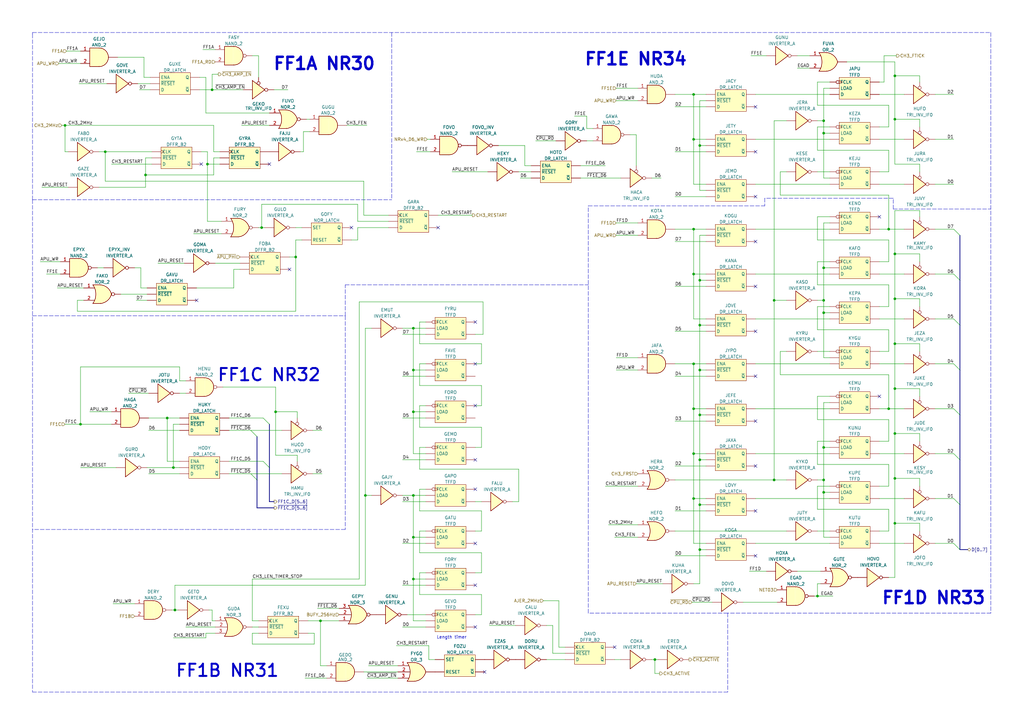
<source format=kicad_sch>
(kicad_sch (version 20211123) (generator eeschema)
  (paper "A3")
  (junction (at 169.545 237.49))
  (junction (at 367.03 159.385))
  (junction (at 284.48 204.47))
  (junction (at 287.02 114.935))
  (junction (at 85.09 67.31))
  (junction (at 287.02 170.18))
  (junction (at 284.48 38.735))
  (junction (at 367.03 196.215))
  (junction (at 149.86 203.2))
  (junction (at 337.82 123.19))
  (junction (at 121.285 105.41))
  (junction (at 86.995 36.83))
  (junction (at 131.445 254.635))
  (junction (at 287.02 133.35))
  (junction (at 367.03 31.115))
  (junction (at 169.545 134.62))
  (junction (at 284.48 186.055))
  (junction (at 284.48 57.15))
  (junction (at 169.545 203.2))
  (junction (at 367.03 104.14))
  (junction (at 364.49 93.98))
  (junction (at 364.49 167.64))
  (junction (at 71.755 250.19))
  (junction (at 287.02 151.765))
  (junction (at 284.48 167.64))
  (junction (at 287.02 225.425))
  (junction (at 337.82 183.515))
  (junction (at 169.545 220.345))
  (junction (at 337.82 196.85))
  (junction (at 284.48 93.98))
  (junction (at 367.03 122.555))
  (junction (at 43.18 62.23))
  (junction (at 33.02 173.99))
  (junction (at 59.69 71.755))
  (junction (at 367.03 140.97))
  (junction (at 71.12 191.77))
  (junction (at 268.605 270.51))
  (junction (at 284.48 149.225))
  (junction (at 284.48 112.395))
  (junction (at 367.03 48.895))
  (junction (at 169.545 151.765))
  (junction (at 337.82 109.855))
  (junction (at 107.315 93.345))
  (junction (at 287.02 207.01))
  (junction (at 169.545 168.91))
  (junction (at 337.82 49.53))
  (junction (at 113.03 168.91))
  (junction (at 337.82 128.27))
  (junction (at 337.82 54.61))
  (junction (at 317.5 123.19))
  (junction (at 26.67 51.435))
  (junction (at 317.5 196.85))
  (junction (at 68.58 171.45))
  (junction (at 337.82 201.93))
  (junction (at 367.03 214.63))
  (junction (at 287.02 59.69))
  (junction (at 367.03 177.8))
  (junction (at 335.28 244.475))
  (junction (at 287.02 188.595))
  (no_connect (at 194.945 188.595))
  (no_connect (at 118.745 110.49))
  (no_connect (at 194.945 222.885))
  (no_connect (at 194.945 149.225))
  (no_connect (at 144.145 93.345))
  (no_connect (at 110.49 67.31))
  (no_connect (at 194.945 240.03))
  (no_connect (at 80.645 123.19))
  (no_connect (at 194.945 166.37))
  (no_connect (at 309.88 43.815))
  (no_connect (at 82.55 67.31))
  (no_connect (at 179.705 93.345))
  (no_connect (at 309.88 80.645))
  (no_connect (at 194.945 200.66))
  (no_connect (at 360.68 162.56))
  (no_connect (at 309.88 62.23))
  (no_connect (at 309.88 154.305))
  (no_connect (at 309.88 99.06))
  (no_connect (at 309.88 135.89))
  (no_connect (at 309.88 117.475))
  (no_connect (at 194.945 257.175))
  (no_connect (at 194.945 132.08))
  (no_connect (at 252.095 265.43))
  (no_connect (at 309.88 209.55))
  (no_connect (at 309.88 227.965))
  (no_connect (at 309.88 191.135))
  (no_connect (at 309.88 172.72))
  (no_connect (at 198.755 275.59))
  (no_connect (at 360.68 88.9))
  (bus_entry (at 391.16 167.64) (size 2.54 2.54))
  (bus_entry (at 391.16 130.81) (size 2.54 2.54))
  (bus_entry (at 391.16 149.225) (size 2.54 2.54))
  (bus_entry (at 391.16 204.47) (size 2.54 2.54))
  (bus_entry (at 391.16 222.885) (size 2.54 2.54))
  (bus_entry (at 391.16 112.395) (size 2.54 2.54))
  (bus_entry (at 102.87 176.53) (size 2.54 2.54))
  (bus_entry (at 107.95 189.23) (size 2.54 2.54))
  (bus_entry (at 391.16 93.98) (size 2.54 2.54))
  (bus_entry (at 107.95 171.45) (size 2.54 2.54))
  (bus_entry (at 102.87 194.31) (size 2.54 2.54))
  (bus_entry (at 391.16 186.055) (size 2.54 2.54))
  (wire (pts (xy 287.02 239.395) (xy 287.02 225.425)))
  (wire (pts (xy 283.845 247.015) (xy 292.1 247.015)))
  (wire (pts (xy 367.03 86.36) (xy 377.19 86.36)))
  (wire (pts (xy 23.495 118.11) (xy 34.29 118.11)))
  (polyline (pts (xy 298.45 251.46) (xy 241.3 251.46)))
  (wire (pts (xy 238.125 73.025) (xy 254.635 73.025)))
  (polyline (pts (xy 298.45 251.46) (xy 298.45 283.845)))
  (wire (pts (xy 337.82 165.1) (xy 340.36 165.1)))
  (wire (pts (xy 95.885 110.49) (xy 98.425 110.49)))
  (wire (pts (xy 287.02 96.52) (xy 287.02 114.935)))
  (wire (pts (xy 367.03 86.36) (xy 367.03 104.14)))
  (wire (pts (xy 360.68 167.64) (xy 364.49 167.64)))
  (wire (pts (xy 335.28 190.5) (xy 335.28 180.975)))
  (wire (pts (xy 169.545 237.49) (xy 174.625 237.49)))
  (wire (pts (xy 337.82 196.85) (xy 337.82 201.93)))
  (wire (pts (xy 194.945 252.095) (xy 197.485 252.095)))
  (wire (pts (xy 377.19 140.97) (xy 377.19 144.145)))
  (wire (pts (xy 276.86 217.805) (xy 322.58 217.805)))
  (wire (pts (xy 335.28 125.73) (xy 340.36 125.73)))
  (wire (pts (xy 172.085 217.805) (xy 174.625 217.805)))
  (wire (pts (xy 149.225 74.295) (xy 149.225 88.265)))
  (wire (pts (xy 337.82 54.61) (xy 337.82 73.025)))
  (wire (pts (xy 151.13 273.05) (xy 163.195 273.05)))
  (wire (pts (xy 125.095 278.13) (xy 133.985 278.13)))
  (wire (pts (xy 340.36 36.195) (xy 337.82 36.195)))
  (wire (pts (xy 276.86 149.225) (xy 284.48 149.225)))
  (wire (pts (xy 337.82 128.27) (xy 337.82 146.685)))
  (wire (pts (xy 73.66 150.495) (xy 73.66 156.21)))
  (wire (pts (xy 40.64 62.23) (xy 43.18 62.23)))
  (wire (pts (xy 149.86 203.2) (xy 152.4 203.2)))
  (wire (pts (xy 383.54 222.885) (xy 391.16 222.885)))
  (wire (pts (xy 128.27 176.53) (xy 132.08 176.53)))
  (wire (pts (xy 337.82 146.685) (xy 340.36 146.685)))
  (wire (pts (xy 268.605 276.225) (xy 268.605 270.51)))
  (wire (pts (xy 149.86 240.03) (xy 149.86 203.2)))
  (wire (pts (xy 367.03 196.215) (xy 367.03 214.63)))
  (wire (pts (xy 287.02 207.01) (xy 287.02 225.425)))
  (wire (pts (xy 79.375 95.885) (xy 90.805 95.885)))
  (wire (pts (xy 284.48 149.225) (xy 289.56 149.225)))
  (polyline (pts (xy 366.395 81.28) (xy 313.69 81.28)))
  (bus (pts (xy 110.49 173.99) (xy 110.49 191.77)))
  (wire (pts (xy 165.1 137.16) (xy 174.625 137.16)))
  (wire (pts (xy 309.88 149.225) (xy 340.36 149.225)))
  (wire (pts (xy 81.915 36.83) (xy 86.995 36.83)))
  (wire (pts (xy 276.86 38.735) (xy 284.48 38.735)))
  (wire (pts (xy 309.88 38.735) (xy 340.36 38.735)))
  (wire (pts (xy 377.19 214.63) (xy 377.19 217.805)))
  (wire (pts (xy 197.485 226.695) (xy 172.085 226.695)))
  (wire (pts (xy 107.315 93.345) (xy 106.045 93.345)))
  (wire (pts (xy 90.17 62.23) (xy 87.63 62.23)))
  (wire (pts (xy 150.495 51.435) (xy 142.24 51.435)))
  (wire (pts (xy 32.385 34.29) (xy 43.815 34.29)))
  (wire (pts (xy 360.68 180.975) (xy 364.49 180.975)))
  (wire (pts (xy 335.28 135.255) (xy 335.28 125.73)))
  (wire (pts (xy 276.86 80.645) (xy 289.56 80.645)))
  (wire (pts (xy 252.73 41.275) (xy 261.62 41.275)))
  (wire (pts (xy 335.28 208.915) (xy 335.28 199.39)))
  (wire (pts (xy 309.88 222.885) (xy 340.36 222.885)))
  (wire (pts (xy 364.49 43.18) (xy 335.28 43.18)))
  (wire (pts (xy 377.19 122.555) (xy 377.19 125.73)))
  (wire (pts (xy 284.48 38.735) (xy 289.56 38.735)))
  (wire (pts (xy 118.745 105.41) (xy 121.285 105.41)))
  (wire (pts (xy 287.02 59.69) (xy 287.02 78.105)))
  (wire (pts (xy 340.36 91.44) (xy 337.82 91.44)))
  (wire (pts (xy 276.86 99.06) (xy 289.56 99.06)))
  (wire (pts (xy 364.49 172.085) (xy 335.28 172.085)))
  (wire (pts (xy 364.49 125.73) (xy 364.49 116.84)))
  (wire (pts (xy 175.895 264.795) (xy 175.895 270.51)))
  (wire (pts (xy 367.03 31.115) (xy 367.03 25.4)))
  (wire (pts (xy 76.2 161.29) (xy 73.66 161.29)))
  (wire (pts (xy 268.605 270.51) (xy 267.335 270.51)))
  (wire (pts (xy 169.545 151.765) (xy 169.545 168.91)))
  (wire (pts (xy 121.285 98.425) (xy 123.825 98.425)))
  (wire (pts (xy 317.5 123.19) (xy 322.58 123.19)))
  (wire (pts (xy 103.505 264.16) (xy 128.905 264.16)))
  (wire (pts (xy 169.545 134.62) (xy 174.625 134.62)))
  (wire (pts (xy 287.02 41.275) (xy 289.56 41.275)))
  (wire (pts (xy 146.685 83.82) (xy 107.315 83.82)))
  (wire (pts (xy 121.285 98.425) (xy 121.285 105.41)))
  (wire (pts (xy 172.085 200.66) (xy 174.625 200.66)))
  (wire (pts (xy 309.88 93.98) (xy 340.36 93.98)))
  (wire (pts (xy 335.28 239.395) (xy 336.55 239.395)))
  (wire (pts (xy 165.1 134.62) (xy 169.545 134.62)))
  (polyline (pts (xy 141.605 116.84) (xy 241.3 116.84)))
  (wire (pts (xy 337.82 165.1) (xy 337.82 183.515)))
  (wire (pts (xy 93.98 194.31) (xy 102.87 194.31)))
  (wire (pts (xy 337.82 73.025) (xy 340.36 73.025)))
  (wire (pts (xy 197.485 252.095) (xy 197.485 243.84)))
  (wire (pts (xy 128.905 259.715) (xy 126.365 259.715)))
  (polyline (pts (xy 406.4 13.335) (xy 406.4 251.46)))
  (wire (pts (xy 360.68 33.655) (xy 362.585 33.655)))
  (wire (pts (xy 335.28 70.485) (xy 340.36 70.485)))
  (wire (pts (xy 254.635 270.51) (xy 252.095 270.51)))
  (wire (pts (xy 335.28 52.07) (xy 340.36 52.07)))
  (wire (pts (xy 367.03 67.31) (xy 377.19 67.31)))
  (wire (pts (xy 284.48 57.15) (xy 289.56 57.15)))
  (wire (pts (xy 175.895 270.51) (xy 178.435 270.51)))
  (wire (pts (xy 59.69 76.835) (xy 59.69 71.755)))
  (wire (pts (xy 260.985 55.245) (xy 260.985 67.945)))
  (polyline (pts (xy 13.335 13.335) (xy 13.335 13.97)))
  (wire (pts (xy 320.04 153.67) (xy 364.49 153.67)))
  (wire (pts (xy 252.73 146.685) (xy 261.62 146.685)))
  (bus (pts (xy 393.7 188.595) (xy 393.7 207.01)))
  (wire (pts (xy 172.085 183.515) (xy 174.625 183.515)))
  (wire (pts (xy 383.54 130.81) (xy 391.16 130.81)))
  (wire (pts (xy 197.485 243.84) (xy 172.085 243.84)))
  (wire (pts (xy 200.66 256.54) (xy 211.455 256.54)))
  (wire (pts (xy 317.5 49.53) (xy 322.58 49.53)))
  (wire (pts (xy 57.15 36.83) (xy 61.595 36.83)))
  (wire (pts (xy 284.48 112.395) (xy 284.48 130.81)))
  (wire (pts (xy 287.02 188.595) (xy 289.56 188.595)))
  (wire (pts (xy 284.48 186.055) (xy 284.48 204.47)))
  (wire (pts (xy 147.32 123.825) (xy 198.12 123.825)))
  (wire (pts (xy 56.515 34.29) (xy 61.595 34.29)))
  (wire (pts (xy 31.75 123.19) (xy 31.75 127.635)))
  (wire (pts (xy 107.315 83.82) (xy 107.315 93.345)))
  (wire (pts (xy 360.68 70.485) (xy 364.49 70.485)))
  (wire (pts (xy 284.48 222.885) (xy 289.56 222.885)))
  (wire (pts (xy 360.68 144.145) (xy 364.49 144.145)))
  (wire (pts (xy 59.055 31.75) (xy 61.595 31.75)))
  (wire (pts (xy 169.545 134.62) (xy 169.545 151.765)))
  (wire (pts (xy 165.1 171.45) (xy 174.625 171.45)))
  (wire (pts (xy 144.145 98.425) (xy 146.685 98.425)))
  (wire (pts (xy 126.365 254.635) (xy 131.445 254.635)))
  (wire (pts (xy 197.485 140.97) (xy 172.085 140.97)))
  (wire (pts (xy 84.455 259.715) (xy 88.265 259.715)))
  (wire (pts (xy 33.02 191.77) (xy 47.625 191.77)))
  (wire (pts (xy 198.12 123.825) (xy 198.12 137.16)))
  (wire (pts (xy 121.92 186.69) (xy 121.92 189.23)))
  (wire (pts (xy 46.355 247.65) (xy 55.245 247.65)))
  (wire (pts (xy 185.42 70.485) (xy 200.025 70.485)))
  (wire (pts (xy 103.505 254.635) (xy 106.045 254.635)))
  (wire (pts (xy 360.68 204.47) (xy 370.84 204.47)))
  (wire (pts (xy 197.485 175.26) (xy 172.085 175.26)))
  (wire (pts (xy 360.68 57.15) (xy 370.84 57.15)))
  (wire (pts (xy 267.335 73.025) (xy 271.145 73.025)))
  (wire (pts (xy 27.305 20.955) (xy 33.02 20.955)))
  (wire (pts (xy 362.585 22.86) (xy 367.665 22.86)))
  (wire (pts (xy 304.8 247.015) (xy 318.77 247.015)))
  (wire (pts (xy 42.545 109.855) (xy 40.005 109.855)))
  (wire (pts (xy 276.86 135.89) (xy 289.56 135.89)))
  (wire (pts (xy 276.86 93.98) (xy 284.48 93.98)))
  (wire (pts (xy 367.03 25.4) (xy 347.345 25.4)))
  (wire (pts (xy 197.485 183.515) (xy 197.485 175.26)))
  (wire (pts (xy 165.1 154.305) (xy 174.625 154.305)))
  (wire (pts (xy 197.485 217.805) (xy 197.485 209.55)))
  (wire (pts (xy 309.88 186.055) (xy 340.36 186.055)))
  (wire (pts (xy 169.545 254.635) (xy 174.625 254.635)))
  (wire (pts (xy 172.085 209.55) (xy 172.085 200.66)))
  (wire (pts (xy 367.03 31.115) (xy 377.19 31.115)))
  (wire (pts (xy 59.69 71.755) (xy 87.63 71.755)))
  (wire (pts (xy 57.785 109.855) (xy 55.245 109.855)))
  (bus (pts (xy 110.49 191.77) (xy 110.49 205.74)))
  (wire (pts (xy 85.09 90.805) (xy 90.805 90.805)))
  (wire (pts (xy 367.03 140.97) (xy 367.03 159.385)))
  (wire (pts (xy 71.12 191.77) (xy 73.66 191.77)))
  (wire (pts (xy 175.26 57.15) (xy 176.53 57.15)))
  (wire (pts (xy 106.045 259.715) (xy 103.505 259.715)))
  (wire (pts (xy 55.88 123.19) (xy 60.325 123.19)))
  (wire (pts (xy 172.085 132.08) (xy 174.625 132.08)))
  (wire (pts (xy 76.2 257.175) (xy 88.265 257.175)))
  (wire (pts (xy 121.285 93.345) (xy 123.825 93.345)))
  (wire (pts (xy 335.28 217.805) (xy 340.36 217.805)))
  (wire (pts (xy 383.54 112.395) (xy 391.16 112.395)))
  (wire (pts (xy 252.73 151.765) (xy 261.62 151.765)))
  (wire (pts (xy 383.54 57.15) (xy 391.16 57.15)))
  (wire (pts (xy 276.86 43.815) (xy 289.56 43.815)))
  (wire (pts (xy 364.49 144.145) (xy 364.49 135.255)))
  (wire (pts (xy 121.92 168.91) (xy 121.92 171.45)))
  (wire (pts (xy 146.685 93.345) (xy 146.685 98.425)))
  (wire (pts (xy 60.96 176.53) (xy 73.66 176.53)))
  (wire (pts (xy 337.82 183.515) (xy 337.82 196.85)))
  (wire (pts (xy 59.055 23.495) (xy 48.26 23.495)))
  (wire (pts (xy 93.98 176.53) (xy 102.87 176.53)))
  (wire (pts (xy 71.12 261.62) (xy 84.455 261.62)))
  (polyline (pts (xy 141.605 217.17) (xy 13.335 217.17)))
  (polyline (pts (xy 13.335 129.54) (xy 141.605 129.54)))
  (wire (pts (xy 59.055 23.495) (xy 59.055 31.75)))
  (wire (pts (xy 327.025 27.94) (xy 332.105 27.94)))
  (wire (pts (xy 260.985 55.245) (xy 258.445 55.245)))
  (wire (pts (xy 103.505 259.715) (xy 103.505 264.16)))
  (wire (pts (xy 307.975 22.86) (xy 314.325 22.86)))
  (wire (pts (xy 337.82 201.93) (xy 337.82 220.345)))
  (wire (pts (xy 229.235 246.38) (xy 229.235 265.43)))
  (wire (pts (xy 287.02 41.275) (xy 287.02 59.69)))
  (wire (pts (xy 31.75 127.635) (xy 121.285 127.635)))
  (wire (pts (xy 377.19 48.895) (xy 377.19 52.07)))
  (wire (pts (xy 127 48.895) (xy 125.73 48.895)))
  (wire (pts (xy 360.68 222.885) (xy 370.84 222.885)))
  (wire (pts (xy 172.085 140.97) (xy 172.085 132.08)))
  (wire (pts (xy 362.585 33.655) (xy 362.585 22.86)))
  (wire (pts (xy 85.09 67.31) (xy 85.09 62.23)))
  (wire (pts (xy 320.04 70.485) (xy 322.58 70.485)))
  (wire (pts (xy 24.13 26.035) (xy 33.02 26.035)))
  (wire (pts (xy 82.55 62.23) (xy 85.09 62.23)))
  (wire (pts (xy 364.49 135.255) (xy 335.28 135.255)))
  (bus (pts (xy 393.7 170.18) (xy 393.7 188.595)))
  (wire (pts (xy 284.48 186.055) (xy 289.56 186.055)))
  (wire (pts (xy 360.68 149.225) (xy 370.84 149.225)))
  (wire (pts (xy 113.03 168.91) (xy 113.03 186.69)))
  (wire (pts (xy 62.23 64.77) (xy 59.69 64.77)))
  (wire (pts (xy 360.68 112.395) (xy 370.84 112.395)))
  (wire (pts (xy 83.185 20.32) (xy 88.265 20.32)))
  (wire (pts (xy 169.545 220.345) (xy 174.625 220.345)))
  (wire (pts (xy 165.1 188.595) (xy 174.625 188.595)))
  (wire (pts (xy 335.28 196.85) (xy 337.82 196.85)))
  (wire (pts (xy 271.78 239.395) (xy 260.985 239.395)))
  (wire (pts (xy 252.73 96.52) (xy 261.62 96.52)))
  (wire (pts (xy 287.02 114.935) (xy 289.56 114.935)))
  (wire (pts (xy 335.28 172.085) (xy 335.28 162.56)))
  (bus (pts (xy 393.7 225.425) (xy 396.875 225.425)))
  (wire (pts (xy 367.03 48.895) (xy 377.19 48.895)))
  (wire (pts (xy 33.02 173.99) (xy 45.72 173.99)))
  (wire (pts (xy 113.03 158.75) (xy 113.03 168.91)))
  (wire (pts (xy 360.68 130.81) (xy 370.84 130.81)))
  (wire (pts (xy 70.485 250.19) (xy 71.755 250.19)))
  (wire (pts (xy 367.03 214.63) (xy 367.03 236.855)))
  (wire (pts (xy 276.86 227.965) (xy 289.56 227.965)))
  (wire (pts (xy 93.98 171.45) (xy 107.95 171.45)))
  (wire (pts (xy 85.09 67.31) (xy 85.09 90.805)))
  (wire (pts (xy 377.19 67.31) (xy 377.19 70.485)))
  (wire (pts (xy 123.19 62.23) (xy 124.46 62.23)))
  (wire (pts (xy 113.03 186.69) (xy 121.92 186.69)))
  (wire (pts (xy 364.49 107.315) (xy 364.49 98.425)))
  (wire (pts (xy 367.03 177.8) (xy 367.03 196.215)))
  (wire (pts (xy 383.54 204.47) (xy 391.16 204.47)))
  (bus (pts (xy 105.41 208.28) (xy 112.395 208.28)))
  (wire (pts (xy 252.73 91.44) (xy 261.62 91.44)))
  (wire (pts (xy 131.445 254.635) (xy 139.065 254.635)))
  (wire (pts (xy 112.395 36.83) (xy 118.11 36.83)))
  (wire (pts (xy 60.325 191.77) (xy 71.12 191.77)))
  (wire (pts (xy 121.285 105.41) (xy 121.285 127.635)))
  (wire (pts (xy 172.085 234.95) (xy 174.625 234.95)))
  (polyline (pts (xy 366.395 85.725) (xy 366.395 81.28)))
  (wire (pts (xy 364.49 199.39) (xy 364.49 190.5)))
  (wire (pts (xy 276.86 117.475) (xy 289.56 117.475)))
  (wire (pts (xy 248.285 199.39) (xy 261.62 199.39)))
  (bus (pts (xy 105.41 179.07) (xy 105.41 196.85)))
  (wire (pts (xy 197.485 149.225) (xy 197.485 140.97)))
  (wire (pts (xy 284.48 112.395) (xy 289.56 112.395)))
  (wire (pts (xy 194.945 166.37) (xy 197.485 166.37)))
  (wire (pts (xy 287.02 59.69) (xy 289.56 59.69)))
  (wire (pts (xy 152.4 134.62) (xy 149.86 134.62)))
  (wire (pts (xy 364.49 190.5) (xy 335.28 190.5)))
  (wire (pts (xy 335.28 49.53) (xy 337.82 49.53)))
  (wire (pts (xy 335.28 88.9) (xy 340.36 88.9)))
  (wire (pts (xy 197.485 158.115) (xy 172.085 158.115)))
  (wire (pts (xy 172.085 192.405) (xy 212.725 192.405)))
  (wire (pts (xy 235.585 47.625) (xy 240.665 47.625)))
  (wire (pts (xy 26.67 51.435) (xy 87.63 51.435)))
  (wire (pts (xy 71.755 240.03) (xy 149.86 240.03)))
  (bus (pts (xy 110.49 205.74) (xy 112.395 205.74)))
  (polyline (pts (xy 241.3 251.46) (xy 241.3 84.455)))
  (wire (pts (xy 124.46 53.975) (xy 127 53.975)))
  (wire (pts (xy 146.685 90.805) (xy 159.385 90.805)))
  (wire (pts (xy 367.03 159.385) (xy 367.03 177.8)))
  (wire (pts (xy 146.685 93.345) (xy 159.385 93.345)))
  (bus (pts (xy 393.7 207.01) (xy 393.7 225.425)))
  (wire (pts (xy 150.495 278.13) (xy 163.195 278.13)))
  (wire (pts (xy 36.83 168.91) (xy 45.72 168.91)))
  (wire (pts (xy 335.28 244.475) (xy 335.28 239.395)))
  (wire (pts (xy 103.505 257.175) (xy 106.045 257.175)))
  (wire (pts (xy 243.205 57.785) (xy 240.665 57.785)))
  (wire (pts (xy 367.03 48.895) (xy 367.03 67.31)))
  (wire (pts (xy 335.28 61.595) (xy 335.28 52.07)))
  (wire (pts (xy 194.945 205.74) (xy 197.485 205.74)))
  (wire (pts (xy 335.28 116.84) (xy 335.28 107.315)))
  (wire (pts (xy 90.17 64.77) (xy 87.63 64.77)))
  (wire (pts (xy 169.545 203.2) (xy 174.625 203.2)))
  (wire (pts (xy 165.1 240.03) (xy 174.625 240.03)))
  (wire (pts (xy 43.18 62.23) (xy 62.23 62.23)))
  (wire (pts (xy 337.82 128.27) (xy 340.36 128.27)))
  (wire (pts (xy 162.56 264.795) (xy 175.895 264.795)))
  (wire (pts (xy 383.54 167.64) (xy 391.16 167.64)))
  (wire (pts (xy 367.03 104.14) (xy 377.19 104.14)))
  (wire (pts (xy 284.48 130.81) (xy 289.56 130.81)))
  (wire (pts (xy 284.48 149.225) (xy 284.48 167.64)))
  (polyline (pts (xy 241.3 84.455) (xy 313.69 84.455)))
  (wire (pts (xy 309.88 204.47) (xy 340.36 204.47)))
  (wire (pts (xy 367.03 214.63) (xy 377.19 214.63)))
  (wire (pts (xy 179.705 88.265) (xy 193.675 88.265)))
  (wire (pts (xy 364.49 116.84) (xy 335.28 116.84)))
  (wire (pts (xy 317.5 123.19) (xy 317.5 49.53)))
  (wire (pts (xy 33.02 150.495) (xy 73.66 150.495)))
  (polyline (pts (xy 141.605 129.54) (xy 141.605 217.17)))
  (wire (pts (xy 240.665 47.625) (xy 240.665 52.705)))
  (wire (pts (xy 165.1 222.885) (xy 174.625 222.885)))
  (wire (pts (xy 287.02 114.935) (xy 287.02 133.35)))
  (wire (pts (xy 159.385 88.265) (xy 149.225 88.265)))
  (wire (pts (xy 19.05 112.395) (xy 24.765 112.395)))
  (wire (pts (xy 93.98 189.23) (xy 107.95 189.23)))
  (wire (pts (xy 172.085 158.115) (xy 172.085 149.225)))
  (wire (pts (xy 287.02 207.01) (xy 289.56 207.01)))
  (wire (pts (xy 16.51 107.315) (xy 24.765 107.315)))
  (polyline (pts (xy 160.655 13.335) (xy 160.655 81.915)))
  (wire (pts (xy 71.12 173.99) (xy 73.66 173.99)))
  (wire (pts (xy 383.54 149.225) (xy 391.16 149.225)))
  (wire (pts (xy 364.49 236.855) (xy 367.03 236.855)))
  (wire (pts (xy 337.82 36.195) (xy 337.82 49.53)))
  (wire (pts (xy 360.68 52.07) (xy 364.49 52.07)))
  (wire (pts (xy 45.72 67.31) (xy 62.23 67.31)))
  (wire (pts (xy 52.705 161.29) (xy 60.96 161.29)))
  (wire (pts (xy 33.02 150.495) (xy 33.02 173.99)))
  (wire (pts (xy 377.19 196.215) (xy 377.19 199.39)))
  (wire (pts (xy 261.62 220.345) (xy 252.095 220.345)))
  (wire (pts (xy 80.645 118.11) (xy 95.885 118.11)))
  (wire (pts (xy 147.32 123.825) (xy 147.32 237.49)))
  (wire (pts (xy 332.105 22.86) (xy 327.025 22.86)))
  (wire (pts (xy 309.88 112.395) (xy 340.36 112.395)))
  (wire (pts (xy 147.32 237.49) (xy 103.505 237.49)))
  (wire (pts (xy 226.695 256.54) (xy 224.155 256.54)))
  (wire (pts (xy 172.085 175.26) (xy 172.085 166.37)))
  (wire (pts (xy 81.915 31.75) (xy 84.455 31.75)))
  (wire (pts (xy 229.235 265.43) (xy 231.775 265.43)))
  (wire (pts (xy 284.48 167.64) (xy 289.56 167.64)))
  (wire (pts (xy 213.36 73.025) (xy 217.805 73.025)))
  (wire (pts (xy 146.685 90.805) (xy 146.685 83.82)))
  (wire (pts (xy 360.68 125.73) (xy 364.49 125.73)))
  (wire (pts (xy 367.03 159.385) (xy 377.19 159.385)))
  (wire (pts (xy 172.085 226.695) (xy 172.085 217.805)))
  (wire (pts (xy 71.755 250.19) (xy 71.755 240.03)))
  (polyline (pts (xy 406.4 251.46) (xy 298.45 251.46)))
  (wire (pts (xy 340.36 201.93) (xy 337.82 201.93)))
  (wire (pts (xy 337.82 91.44) (xy 337.82 109.855)))
  (wire (pts (xy 169.545 151.765) (xy 174.625 151.765)))
  (polyline (pts (xy 13.335 81.915) (xy 13.335 283.845)))
  (wire (pts (xy 320.04 144.145) (xy 322.58 144.145)))
  (wire (pts (xy 287.02 170.18) (xy 289.56 170.18)))
  (wire (pts (xy 194.945 137.16) (xy 198.12 137.16)))
  (wire (pts (xy 170.815 62.23) (xy 176.53 62.23)))
  (wire (pts (xy 364.49 80.01) (xy 364.49 93.98)))
  (wire (pts (xy 276.86 62.23) (xy 289.56 62.23)))
  (wire (pts (xy 90.17 67.31) (xy 85.09 67.31)))
  (wire (pts (xy 284.48 57.15) (xy 284.48 75.565)))
  (wire (pts (xy 287.02 96.52) (xy 289.56 96.52)))
  (wire (pts (xy 165.1 205.74) (xy 174.625 205.74)))
  (wire (pts (xy 86.995 254.635) (xy 88.265 254.635)))
  (wire (pts (xy 215.265 67.945) (xy 217.805 67.945)))
  (wire (pts (xy 320.04 153.67) (xy 320.04 144.145)))
  (wire (pts (xy 360.68 93.98) (xy 364.49 93.98)))
  (wire (pts (xy 276.86 209.55) (xy 289.56 209.55)))
  (wire (pts (xy 17.145 76.835) (xy 27.94 76.835)))
  (bus (pts (xy 393.7 151.765) (xy 393.7 170.18)))
  (wire (pts (xy 27.94 62.23) (xy 26.67 62.23)))
  (wire (pts (xy 197.485 209.55) (xy 172.085 209.55)))
  (polyline (pts (xy 141.605 129.54) (xy 141.605 116.84)))
  (wire (pts (xy 197.485 234.95) (xy 197.485 226.695)))
  (wire (pts (xy 367.03 177.8) (xy 377.19 177.8)))
  (wire (pts (xy 215.265 59.69) (xy 204.47 59.69)))
  (wire (pts (xy 68.58 189.23) (xy 73.66 189.23)))
  (wire (pts (xy 327.025 234.315) (xy 336.55 234.315)))
  (wire (pts (xy 194.945 183.515) (xy 197.485 183.515)))
  (wire (pts (xy 367.03 104.14) (xy 367.03 122.555)))
  (wire (pts (xy 194.945 234.95) (xy 197.485 234.95)))
  (wire (pts (xy 335.28 107.315) (xy 340.36 107.315)))
  (wire (pts (xy 86.995 36.83) (xy 99.695 36.83)))
  (wire (pts (xy 337.82 109.855) (xy 337.82 123.19)))
  (wire (pts (xy 172.085 149.225) (xy 174.625 149.225)))
  (wire (pts (xy 284.48 93.98) (xy 284.48 112.395)))
  (wire (pts (xy 334.01 244.475) (xy 335.28 244.475)))
  (wire (pts (xy 307.34 234.315) (xy 314.325 234.315)))
  (wire (pts (xy 169.545 186.055) (xy 174.625 186.055)))
  (wire (pts (xy 87.63 64.77) (xy 87.63 71.755)))
  (wire (pts (xy 194.945 217.805) (xy 197.485 217.805)))
  (wire (pts (xy 335.28 43.18) (xy 335.28 33.655)))
  (wire (pts (xy 317.5 123.19) (xy 317.5 196.85)))
  (polyline (pts (xy 13.335 13.335) (xy 406.4 13.335)))
  (wire (pts (xy 103.505 254.635) (xy 103.505 237.49)))
  (wire (pts (xy 59.69 64.77) (xy 59.69 71.755)))
  (wire (pts (xy 270.51 276.225) (xy 268.605 276.225)))
  (wire (pts (xy 377.19 86.36) (xy 377.19 88.9)))
  (wire (pts (xy 383.54 93.98) (xy 391.16 93.98)))
  (wire (pts (xy 377.19 159.385) (xy 377.19 162.56)))
  (wire (pts (xy 367.03 122.555) (xy 377.19 122.555)))
  (wire (pts (xy 128.27 194.31) (xy 132.08 194.31)))
  (wire (pts (xy 287.02 188.595) (xy 287.02 207.01)))
  (wire (pts (xy 57.785 118.11) (xy 60.325 118.11)))
  (wire (pts (xy 49.53 120.65) (xy 60.325 120.65)))
  (wire (pts (xy 284.48 239.395) (xy 287.02 239.395)))
  (wire (pts (xy 240.665 52.705) (xy 243.205 52.705)))
  (wire (pts (xy 337.82 109.855) (xy 340.36 109.855)))
  (wire (pts (xy 68.58 171.45) (xy 73.66 171.45)))
  (wire (pts (xy 57.785 109.855) (xy 57.785 118.11)))
  (wire (pts (xy 124.46 62.23) (xy 124.46 53.975)))
  (wire (pts (xy 149.86 134.62) (xy 149.86 203.2)))
  (wire (pts (xy 337.82 54.61) (xy 340.36 54.61)))
  (wire (pts (xy 309.88 167.64) (xy 340.36 167.64)))
  (wire (pts (xy 43.18 74.295) (xy 149.225 74.295)))
  (bus (pts (xy 393.7 96.52) (xy 393.7 114.935)))
  (wire (pts (xy 113.03 168.91) (xy 121.92 168.91)))
  (wire (pts (xy 364.49 208.915) (xy 335.28 208.915)))
  (wire (pts (xy 287.02 225.425) (xy 289.56 225.425)))
  (wire (pts (xy 88.265 107.95) (xy 98.425 107.95)))
  (wire (pts (xy 165.1 203.2) (xy 169.545 203.2)))
  (wire (pts (xy 248.285 67.945) (xy 238.125 67.945)))
  (polyline (pts (xy 13.335 283.845) (xy 298.45 283.845)))
  (wire (pts (xy 130.175 249.555) (xy 139.065 249.555)))
  (wire (pts (xy 360.68 199.39) (xy 364.49 199.39)))
  (wire (pts (xy 317.5 196.85) (xy 322.58 196.85)))
  (wire (pts (xy 284.48 204.47) (xy 289.56 204.47)))
  (wire (pts (xy 71.12 173.99) (xy 71.12 191.77)))
  (wire (pts (xy 284.48 167.64) (xy 284.48 186.055)))
  (wire (pts (xy 102.87 194.31) (xy 115.57 194.31)))
  (wire (pts (xy 383.54 38.735) (xy 391.16 38.735)))
  (wire (pts (xy 26.67 62.23) (xy 26.67 51.435)))
  (wire (pts (xy 364.49 93.98) (xy 370.84 93.98)))
  (wire (pts (xy 276.86 196.85) (xy 317.5 196.85)))
  (wire (pts (xy 309.88 57.15) (xy 340.36 57.15)))
  (wire (pts (xy 68.58 171.45) (xy 68.58 189.23)))
  (wire (pts (xy 276.86 172.72) (xy 289.56 172.72)))
  (wire (pts (xy 172.085 243.84) (xy 172.085 234.95)))
  (wire (pts (xy 128.905 264.16) (xy 128.905 259.715)))
  (wire (pts (xy 335.28 144.145) (xy 340.36 144.145)))
  (polyline (pts (xy 298.45 251.46) (xy 298.45 251.46)))
  (wire (pts (xy 367.03 31.115) (xy 367.03 48.895)))
  (polyline (pts (xy 313.69 81.28) (xy 313.69 84.455)))
  (wire (pts (xy 367.03 122.555) (xy 367.03 140.97)))
  (wire (pts (xy 169.545 237.49) (xy 169.545 254.635)))
  (wire (pts (xy 219.71 57.785) (xy 227.965 57.785)))
  (wire (pts (xy 367.03 140.97) (xy 377.19 140.97)))
  (wire (pts (xy 377.19 177.8) (xy 377.19 180.975)))
  (wire (pts (xy 197.485 166.37) (xy 197.485 158.115)))
  (wire (pts (xy 172.085 192.405) (xy 172.085 183.515)))
  (wire (pts (xy 284.48 93.98) (xy 289.56 93.98)))
  (wire (pts (xy 131.445 273.05) (xy 131.445 254.635)))
  (wire (pts (xy 226.695 267.97) (xy 226.695 256.54)))
  (wire (pts (xy 85.725 250.19) (xy 86.995 250.19)))
  (wire (pts (xy 194.945 149.225) (xy 197.485 149.225)))
  (wire (pts (xy 360.68 186.055) (xy 370.84 186.055)))
  (wire (pts (xy 86.995 250.19) (xy 86.995 254.635)))
  (wire (pts (xy 364.49 167.64) (xy 370.84 167.64)))
  (wire (pts (xy 337.82 49.53) (xy 337.82 54.61)))
  (wire (pts (xy 287.02 151.765) (xy 287.02 170.18)))
  (wire (pts (xy 133.985 273.05) (xy 131.445 273.05)))
  (wire (pts (xy 320.04 80.01) (xy 364.49 80.01)))
  (bus (pts (xy 393.7 114.935) (xy 393.7 133.35)))
  (wire (pts (xy 337.82 123.19) (xy 337.82 128.27)))
  (wire (pts (xy 60.96 194.31) (xy 73.66 194.31)))
  (wire (pts (xy 287.02 133.35) (xy 289.56 133.35)))
  (wire (pts (xy 367.03 196.215) (xy 377.19 196.215)))
  (wire (pts (xy 377.19 31.115) (xy 377.19 33.655)))
  (bus (pts (xy 393.7 133.35) (xy 393.7 151.765)))
  (wire (pts (xy 231.775 267.97) (xy 226.695 267.97)))
  (wire (pts (xy 212.725 192.405) (xy 212.725 205.74)))
  (wire (pts (xy 360.68 217.805) (xy 364.49 217.805)))
  (wire (pts (xy 284.48 204.47) (xy 284.48 222.885)))
  (wire (pts (xy 103.505 22.86) (xy 106.045 22.86)))
  (wire (pts (xy 335.28 162.56) (xy 340.36 162.56)))
  (wire (pts (xy 212.725 205.74) (xy 210.185 205.74)))
  (wire (pts (xy 364.49 52.07) (xy 364.49 43.18)))
  (wire (pts (xy 252.73 36.195) (xy 261.62 36.195)))
  (wire (pts (xy 276.86 154.305) (xy 289.56 154.305)))
  (bus (pts (xy 105.41 196.85) (xy 105.41 208.28)))
  (wire (pts (xy 86.995 36.83) (xy 86.995 30.48)))
  (wire (pts (xy 26.67 173.99) (xy 33.02 173.99)))
  (wire (pts (xy 337.82 183.515) (xy 340.36 183.515)))
  (wire (pts (xy 71.755 250.19) (xy 73.025 250.19)))
  (wire (pts (xy 364.49 153.67) (xy 364.49 167.64)))
  (wire (pts (xy 43.18 62.23) (xy 43.18 74.295)))
  (wire (pts (xy 383.54 75.565) (xy 391.16 75.565)))
  (wire (pts (xy 377.19 104.14) (xy 377.19 107.315)))
  (wire (pts (xy 309.88 75.565) (xy 340.36 75.565)))
  (wire (pts (xy 107.315 93.345) (xy 108.585 93.345)))
  (wire (pts (xy 40.64 76.835) (xy 59.69 76.835)))
  (wire (pts (xy 87.63 51.435) (xy 87.63 62.23)))
  (wire (pts (xy 106.045 22.86) (xy 106.045 31.75)))
  (wire (pts (xy 249.555 215.265) (xy 261.62 215.265)))
  (wire (pts (xy 84.455 261.62) (xy 84.455 259.715)))
  (wire (pts (xy 287.02 170.18) (xy 287.02 188.595)))
  (wire (pts (xy 287.02 151.765) (xy 289.56 151.765)))
  (wire (pts (xy 172.085 166.37) (xy 174.625 166.37)))
  (wire (pts (xy 337.82 220.345) (xy 340.36 220.345)))
  (wire (pts (xy 165.1 257.175) (xy 174.625 257.175)))
  (wire (pts (xy 95.885 110.49) (xy 95.885 118.11)))
  (wire (pts (xy 64.77 107.95) (xy 75.565 107.95)))
  (wire (pts (xy 364.49 70.485) (xy 364.49 61.595)))
  (wire (pts (xy 364.49 98.425) (xy 335.28 98.425)))
  (wire (pts (xy 169.545 168.91) (xy 174.625 168.91)))
  (wire (pts (xy 341.63 244.475) (xy 335.28 244.475)))
  (wire (pts (xy 169.545 168.91) (xy 169.545 186.055)))
  (polyline (pts (xy 13.335 81.915) (xy 160.655 81.915)))
  (wire (pts (xy 174.625 252.095) (xy 167.005 252.095)))
  (wire (pts (xy 149.225 275.59) (xy 163.195 275.59)))
  (wire (pts (xy 287.02 133.35) (xy 287.02 151.765)))
  (wire (pts (xy 360.68 107.315) (xy 364.49 107.315)))
  (wire (pts (xy 335.28 33.655) (xy 340.36 33.655)))
  (wire (pts (xy 309.88 130.81) (xy 340.36 130.81)))
  (wire (pts (xy 222.885 246.38) (xy 229.235 246.38)))
  (wire (pts (xy 102.87 176.53) (xy 115.57 176.53)))
  (wire (pts (xy 91.44 158.75) (xy 113.03 158.75)))
  (wire (pts (xy 383.54 186.055) (xy 391.16 186.055)))
  (wire (pts (xy 169.545 203.2) (xy 169.545 220.345)))
  (wire (pts (xy 73.66 156.21) (xy 76.2 156.21)))
  (wire (pts (xy 25.4 51.435) (xy 26.67 51.435)))
  (wire (pts (xy 360.68 38.735) (xy 370.84 38.735)))
  (wire (pts (xy 284.48 38.735) (xy 284.48 57.15)))
  (wire (pts (xy 287.02 78.105) (xy 289.56 78.105)))
  (wire (pts (xy 364.49 180.975) (xy 364.49 172.085)))
  (wire (pts (xy 231.775 270.51) (xy 224.155 270.51)))
  (wire (pts (xy 335.28 199.39) (xy 340.36 199.39)))
  (wire (pts (xy 364.49 217.805) (xy 364.49 208.915)))
  (wire (pts (xy 34.29 123.19) (xy 31.75 123.19)))
  (wire (pts (xy 284.48 75.565) (xy 289.56 75.565)))
  (wire (pts (xy 269.875 270.51) (xy 268.605 270.51)))
  (wire (pts (xy 215.265 59.69) (xy 215.265 67.945)))
  (polyline (pts (xy 366.395 85.725) (xy 406.4 85.725)))
  (wire (pts (xy 335.28 98.425) (xy 335.28 88.9)))
  (wire (pts (xy 276.86 191.135) (xy 289.56 191.135)))
  (wire (pts (xy 84.455 46.355) (xy 110.49 46.355)))
  (wire (pts (xy 364.49 61.595) (xy 335.28 61.595)))
  (wire (pts (xy 169.545 220.345) (xy 169.545 237.49)))
  (wire (pts (xy 335.28 180.975) (xy 340.36 180.975)))
  (wire (pts (xy 86.995 30.48) (xy 89.535 30.48)))
  (wire (pts (xy 60.96 171.45) (xy 68.58 171.45)))
  (polyline (pts (xy 13.335 13.97) (xy 13.335 81.915)))
  (wire (pts (xy 320.04 80.01) (xy 320.04 70.485)))
  (wire (pts (xy 335.28 123.19) (xy 337.82 123.19)))
  (wire (pts (xy 84.455 31.75) (xy 84.455 46.355)))
  (wire (pts (xy 360.68 75.565) (xy 370.84 75.565)))
  (wire (pts (xy 99.06 51.435) (xy 110.49 51.435)))
  (wire (pts (xy 212.725 70.485) (xy 217.805 70.485)))
  (text "FF1C NR32\n" (at 88.9 156.845 0) (effects (font (size 5 5) (thickness 0.8) bold) (justify left bottom)))
  (text "FF1E NR34\n" (at 239.395 27.305 0) (effects (font (size 5 5) (thickness 1) bold) (justify left bottom)))
  (text "FF1D NR33\n" (at 361.315 248.285 0) (effects (font (size 5 5) (thickness 1) bold) (justify left bottom)))
  (text "FF1A NR30\n" (at 111.76 29.21 0) (effects (font (size 5 5) (thickness 1) bold) (justify left bottom)))
  (text "Length timer" (at 179.07 262.255 0) (effects (font (size 1.27 1.27)) (justify left bottom)))
  (text "FF1B NR31\n" (at 71.755 278.13 0) (effects (font (size 5 5) (thickness 0.8) bold) (justify left bottom)))
  (label "APU_WR" (at 36.83 168.91 0))
  (label "D2" (at 391.16 186.055 180))
  (label "D5" (at 391.16 130.81 180))
  (label "APU_RESET" (at 64.77 107.95 0))
  (label "D6" (at 165.1 154.305 0))
  (label "~{CH3_AMP_EN}" (at 150.495 278.13 0))
  (label "CH3_RESTART" (at 193.675 88.265 180))
  (label "~{FF1E_D6}" (at 130.175 249.555 0))
  (label "APU_RESET" (at 23.495 118.11 0))
  (label "APU_RESET" (at 79.375 95.885 0))
  (label "CH3_2MHz" (at 27.94 51.435 0))
  (label "D6" (at 60.96 176.53 0))
  (label "FF1D" (at 307.34 234.315 0))
  (label "D6" (at 132.08 176.53 180))
  (label "D5" (at 276.86 135.89 0))
  (label "APU_RESET" (at 17.145 76.835 0))
  (label "APU_RESET" (at 99.06 51.435 0))
  (label "FF1E" (at 252.73 36.195 0))
  (label "D7" (at 55.88 123.19 0))
  (label "FF1A" (at 27.305 20.955 0))
  (label "D1" (at 165.1 240.03 0))
  (label "D7" (at 57.15 36.83 0))
  (label "CH3_2MHz" (at 249.555 215.265 0))
  (label "FF1E_D6" (at 248.285 67.945 180))
  (label "D2" (at 391.16 38.735 180))
  (label "D6" (at 276.86 117.475 0))
  (label "D7" (at 276.86 99.06 0))
  (label "FF1D" (at 252.73 146.685 0))
  (label "D2" (at 276.86 43.815 0))
  (label "APU_RESET" (at 76.2 257.175 0))
  (label "D4" (at 391.16 149.225 180))
  (label "APU_WR" (at 252.73 41.275 0))
  (label "CH3_FEN" (at 150.495 51.435 180))
  (label "D2" (at 165.1 222.885 0))
  (label "~{FF1E_D6}" (at 240.665 73.025 0))
  (label "FF1E" (at 19.05 112.395 0))
  (label "CH3_RESTART" (at 45.72 67.31 0))
  (label "D1" (at 276.86 62.23 0))
  (label "APU_WR" (at 252.73 96.52 0))
  (label "D0" (at 391.16 75.565 180))
  (label "D1" (at 391.16 57.15 180))
  (label "D1" (at 391.16 204.47 180))
  (label "APU_RESET" (at 185.42 70.485 0))
  (label "D3" (at 391.16 167.64 180))
  (label "FF1C_D6" (at 102.87 171.45 180))
  (label "D3" (at 165.1 205.74 0))
  (label "FF1C_D5" (at 102.87 189.23 180))
  (label "CH3_FEN" (at 252.095 220.345 0))
  (label "D7" (at 118.11 36.83 180))
  (label "APU_WR" (at 24.13 26.035 0))
  (label "D0" (at 276.86 80.645 0))
  (label "D0" (at 276.86 227.965 0))
  (label "APU_WR" (at 16.51 107.315 0))
  (label "FF1E" (at 307.975 22.86 0))
  (label "FF1E_D6" (at 125.095 278.13 0))
  (label "~{CPU_RD}" (at 219.71 57.785 0))
  (label "APU_WR" (at 46.355 247.65 0))
  (label "EGAD" (at 341.63 244.475 180))
  (label "D6" (at 271.145 73.025 180))
  (label "D3" (at 276.86 172.72 0))
  (label "FF1D" (at 252.73 91.44 0))
  (label "APU_RESET" (at 32.385 34.29 0))
  (label "CH3_RESTART" (at 71.12 261.62 0))
  (label "D0" (at 391.16 222.885 180))
  (label "~{CH3_AMP_EN}" (at 88.265 36.83 0))
  (label "D4" (at 276.86 154.305 0))
  (label "APU_RESET" (at 33.02 191.77 0))
  (label "CH3_LEN_TIMER_STOP" (at 103.505 237.49 0))
  (label "D5" (at 60.96 194.31 0))
  (label "D5" (at 165.1 171.45 0))
  (label "D5" (at 132.08 194.31 180))
  (label "D6" (at 213.36 73.025 0))
  (label "D7" (at 165.1 137.16 0))
  (label "FF1E" (at 235.585 47.625 0))
  (label "~{FF1C_D5}" (at 102.87 194.31 180))
  (label "CH3_RESTART" (at 248.285 199.39 0))
  (label "D6" (at 391.16 112.395 180))
  (label "D1" (at 276.86 209.55 0))
  (label "FF1A" (at 83.185 20.32 0))
  (label "~{FF1C_D6}" (at 102.87 176.53 180))
  (label "D0" (at 165.1 257.175 0))
  (label "APU_WR" (at 252.73 151.765 0))
  (label "APU_RESET" (at 200.66 256.54 0))
  (label "APU_RESET" (at 260.985 239.395 0))
  (label "EGAD" (at 327.025 27.94 0))
  (label "FF1E" (at 170.815 62.23 0))
  (label "APU_RESET" (at 151.13 273.05 0))
  (label "~{CPU_RD}" (at 52.705 161.29 0))
  (label "D4" (at 165.1 188.595 0))
  (label "CH3_RESTART" (at 162.56 264.795 0))
  (label "D2" (at 276.86 191.135 0))
  (label "~{CPU_RD}" (at 283.845 247.015 0))
  (label "D7" (at 391.16 93.98 180))
  (label "FF1C" (at 26.67 173.99 0))
  (hierarchical_label "FF1B" (shape input) (at 55.245 252.73 180))
  (hierarchical_label "NET03" (shape input) (at 318.77 241.935 180))
  (hierarchical_label "FF1A" (shape input) (at 27.305 20.955 180))
  (hierarchical_label "FF1C" (shape input) (at 26.67 173.99 180))
  (hierarchical_label "~{CH3_AMP_EN}" (shape output) (at 89.535 30.48 0))
  (hierarchical_label "APU_RESET" (shape input) (at 260.985 239.395 180))
  (hierarchical_label "APU_WR" (shape input) (at 252.73 41.275 180))
  (hierarchical_label "FF1E" (shape input) (at 252.73 36.195 180))
  (hierarchical_label "FF1A_RD" (shape input) (at 88.265 25.4 180))
  (hierarchical_label "NRx4_D6_WR" (shape input) (at 175.26 57.15 180))
  (hierarchical_label "CH3_2MHz" (shape input) (at 25.4 51.435 180))
  (hierarchical_label "FF1C_D[5..6]" (shape output) (at 112.395 205.74 0))
  (hierarchical_label "AJER_2MHz" (shape input) (at 222.885 246.38 180))
  (hierarchical_label "CH3_RESTART" (shape output) (at 193.675 88.265 0))
  (hierarchical_label "D[0..7]" (shape bidirectional) (at 396.875 225.425 0))
  (hierarchical_label "APU_WR" (shape input) (at 252.73 96.52 180))
  (hierarchical_label "CH3_ACTIVE" (shape output) (at 270.51 276.225 0))
  (hierarchical_label "CH3_FTICK" (shape output) (at 367.665 22.86 0))
  (hierarchical_label "BUFY_256Hz" (shape input) (at 139.065 252.095 180))
  (hierarchical_label "APU_WR" (shape input) (at 24.13 26.035 180))
  (hierarchical_label "CH3_FRST" (shape input) (at 261.62 194.31 180))
  (hierarchical_label "~{APU_PHI}" (shape input) (at 98.425 105.41 180))
  (hierarchical_label "~{CH3_ACTIVE}" (shape output) (at 282.575 270.51 0))
  (hierarchical_label "~{FF1C_D[5..6]}" (shape output) (at 112.395 208.28 0))
  (hierarchical_label "FF1D" (shape input) (at 252.73 91.44 180))
  (hierarchical_label "~{CPU_RD}" (shape input) (at 283.845 247.015 180))
  (symbol (lib_id "DMG_CPU_Cells:DFFR_B2") (at 169.545 90.805 0) (unit 1)
    (property "Reference" "GARA" (at 169.545 82.7872 0))
    (property "Value" "DFFR_B2" (at 169.545 85.3241 0))
    (property "Datasheet" "http://iceboy.a-singer.de/doc/dmg_cells.html#dffr_b2" (effects hide))
  )
  (symbol (lib_id "DMG_CPU_Cells:INVERTER_A") (at 53.975 191.77 0) (unit 1)
    (property "Reference" "GURO" (at 53.975 184.2602 0))
    (property "Value" "INVERTER_A" (at 53.975 186.7971 0))
    (property "Datasheet" "http://iceboy.a-singer.de/doc/dmg_cells.html#inv_a" (effects hide))
  )
  (symbol (lib_id "DMG_CPU_Cells:INVERTER_A") (at 320.675 22.86 0) (unit 1)
    (property "Reference" "GUNU" (at 320.675 15.3502 0))
    (property "Value" "INVERTER_A" (at 320.675 17.8871 0))
    (property "Datasheet" "http://iceboy.a-singer.de/doc/dmg_cells.html#inv_a" (effects hide))
  )
  (symbol (lib_id "DMG_CPU_Cells:INVERTER_A") (at 217.805 256.54 0) (unit 1)
    (property "Reference" "CALU" (at 217.805 249.0302 0))
    (property "Value" "INVERTER_A" (at 217.805 251.5671 0))
    (property "Datasheet" "http://iceboy.a-singer.de/doc/dmg_cells.html#inv_a" (effects hide))
  )
  (symbol (lib_id "DMG_CPU_Cells:INVERTER_A") (at 328.93 144.145 0) (unit 1)
    (property "Reference" "KYRU" (at 328.93 136.6352 0))
    (property "Value" "INVERTER_A" (at 328.93 139.1721 0))
    (property "Datasheet" "http://iceboy.a-singer.de/doc/dmg_cells.html#inv_a" (effects hide))
  )
  (symbol (lib_id "DMG_CPU_Cells:INVERTER_B") (at 260.985 270.51 0) (unit 1)
    (property "Reference" "COKA" (at 260.985 263.0002 0))
    (property "Value" "INVERTER_B" (at 260.985 265.43 0))
    (property "Datasheet" "http://iceboy.a-singer.de/doc/dmg_cells.html#inv_b" (effects hide))
  )
  (symbol (lib_id "DMG_CPU_Cells:NAND_2") (at 250.825 55.245 0) (unit 1)
    (property "Reference" "GAWA" (at 250.825 47.7352 0))
    (property "Value" "NAND_2" (at 250.825 50.2721 0))
    (property "Datasheet" "http://iceboy.a-singer.de/doc/dmg_cells.html#nand2" (effects hide))
  )
  (symbol (lib_id "DMG_CPU_Cells:TFFD") (at 184.785 254.635 0) (unit 1)
    (property "Reference" "GEVO" (at 184.785 246.6172 0))
    (property "Value" "TFFD" (at 184.785 249.1541 0))
    (property "Datasheet" "http://iceboy.a-singer.de/doc/dmg_cells.html#tffd" (effects hide))
  )
  (symbol (lib_id "DMG_CPU_Cells:INVERTER_A") (at 328.93 70.485 0) (unit 1)
    (property "Reference" "KESE" (at 328.93 62.9752 0))
    (property "Value" "INVERTER_A" (at 328.93 65.5121 0))
    (property "Datasheet" "http://iceboy.a-singer.de/doc/dmg_cells.html#inv_a" (effects hide))
  )
  (symbol (lib_id "DMG_CPU_Cells:DR_LATCH") (at 299.72 133.35 0) (unit 1)
    (property "Reference" "JOVE" (at 299.72 125.3322 0))
    (property "Value" "DR_LATCH" (at 299.72 127.8691 0))
    (property "Datasheet" "http://iceboy.a-singer.de/doc/dmg_cells.html#drlatch" (effects hide))
  )
  (symbol (lib_id "DMG_CPU_Cells:TRI_INV_IF0") (at 377.19 204.47 0) (unit 1)
    (property "Reference" "KAFU" (at 377.19 210.3104 0))
    (property "Value" "TRI_INV_IF0" (at 377.19 212.8473 0))
    (property "Datasheet" "http://iceboy.a-singer.de/doc/dmg_cells.html#tri_inv_if0" (effects hide))
  )
  (symbol (lib_id "DMG_CPU_Cells:DFFR_B2") (at 116.205 257.175 0) (unit 1)
    (property "Reference" "FEXU" (at 116.205 249.1572 0))
    (property "Value" "DFFR_B2" (at 116.205 251.6941 0))
    (property "Datasheet" "http://iceboy.a-singer.de/doc/dmg_cells.html#dffr_b2" (effects hide))
  )
  (symbol (lib_id "DMG_CPU_Cells:NAND_2") (at 83.82 158.75 0) (unit 1)
    (property "Reference" "HENU" (at 83.8198 151.2402 0))
    (property "Value" "NAND_2" (at 83.82 153.67 0))
    (property "Datasheet" "http://iceboy.a-singer.de/doc/dmg_cells.html#nand2" (effects hide))
  )
  (symbol (lib_id "DMG_CPU_Cells:INVERTER_A") (at 298.45 247.015 0) (unit 1)
    (property "Reference" "DOVO" (at 298.45 239.395 0))
    (property "Value" "INVERTER_A" (at 298.45 241.935 0))
    (property "Datasheet" "http://iceboy.a-singer.de/doc/dmg_cells.html#inv_a" (effects hide))
  )
  (symbol (lib_id "DMG_CPU_Cells:AND_2") (at 141.605 275.59 0) (unit 1)
    (property "Reference" "GEDO" (at 141.605 268.605 0))
    (property "Value" "AND_2" (at 141.605 270.51 0))
    (property "Datasheet" "http://iceboy.a-singer.de/doc/dmg_cells.html#and2" (effects hide))
  )
  (symbol (lib_id "DMG_CPU_Cells:INVERTER_A") (at 158.75 203.2 0) (unit 1)
    (property "Reference" "GAJY" (at 158.75 195.6902 0))
    (property "Value" "INVERTER_A" (at 158.75 198.2271 0))
    (property "Datasheet" "http://iceboy.a-singer.de/doc/dmg_cells.html#inv_a" (effects hide))
  )
  (symbol (lib_id "DMG_CPU_Cells:DR_LATCH") (at 299.72 188.595 0) (unit 1)
    (property "Reference" "JAXA" (at 299.72 180.5772 0))
    (property "Value" "DR_LATCH" (at 299.72 183.1141 0))
    (property "Datasheet" "http://iceboy.a-singer.de/doc/dmg_cells.html#drlatch" (effects hide))
  )
  (symbol (lib_id "DMG_CPU_Cells:DR_LATCH") (at 227.965 70.485 0) (unit 1)
    (property "Reference" "HOTO" (at 227.965 62.4672 0))
    (property "Value" "DR_LATCH" (at 227.965 65.0041 0))
    (property "Datasheet" "http://iceboy.a-singer.de/doc/dmg_cells.html#drlatch" (effects hide))
  )
  (symbol (lib_id "DMG_CPU_Cells:NOR_3") (at 146.685 252.095 0) (mirror x) (unit 1)
    (property "Reference" "GEPY" (at 146.6848 244.5852 0))
    (property "Value" "NOR_3" (at 146.6848 247.1221 0))
    (property "Datasheet" "http://iceboy.a-singer.de/doc/dmg_cells.html#nor3" (effects hide))
  )
  (symbol (lib_id "DMG_CPU_Cells:DFFR_B2") (at 108.585 107.95 0) (unit 1)
    (property "Reference" "FOBA" (at 108.585 99.9322 0))
    (property "Value" "DFFR_B2" (at 108.585 102.4691 0))
    (property "Datasheet" "http://iceboy.a-singer.de/doc/dmg_cells.html#dffr_b2" (effects hide))
  )
  (symbol (lib_id "DMG_CPU_Cells:INVERTER_A") (at 114.935 93.345 0) (unit 1)
    (property "Reference" "GULO" (at 114.935 85.8352 0))
    (property "Value" "INVERTER_A" (at 114.935 88.3721 0))
    (property "Datasheet" "http://iceboy.a-singer.de/doc/dmg_cells.html#inv_a" (effects hide))
  )
  (symbol (lib_id "DMG_CPU_Cells:DR_LATCH") (at 299.72 59.69 0) (unit 1)
    (property "Reference" "JETY" (at 299.72 51.6722 0))
    (property "Value" "DR_LATCH" (at 299.72 54.2091 0))
    (property "Datasheet" "http://iceboy.a-singer.de/doc/dmg_cells.html#drlatch" (effects hide))
  )
  (symbol (lib_id "DMG_CPU_Cells:INVERTER_A") (at 234.315 57.785 0) (unit 1)
    (property "Reference" "GORY" (at 234.315 50.2752 0))
    (property "Value" "INVERTER_A" (at 234.315 52.8121 0))
    (property "Datasheet" "http://iceboy.a-singer.de/doc/dmg_cells.html#inv_a" (effects hide))
  )
  (symbol (lib_id "DMG_CPU_Cells:INVERTER_A") (at 328.93 196.85 0) (unit 1)
    (property "Reference" "KYKO" (at 328.93 189.3402 0))
    (property "Value" "INVERTER_A" (at 328.93 191.8771 0))
    (property "Datasheet" "http://iceboy.a-singer.de/doc/dmg_cells.html#inv_a" (effects hide))
  )
  (symbol (lib_id "DMG_CPU_Cells:DFFR_B2") (at 241.935 267.97 0) (unit 1)
    (property "Reference" "DAVO" (at 241.935 259.9522 0))
    (property "Value" "DFFR_B2" (at 241.935 262.4891 0))
    (property "Datasheet" "http://iceboy.a-singer.de/doc/dmg_cells.html#dffr_b2" (effects hide))
  )
  (symbol (lib_id "DMG_CPU_Cells:TRI_INV_IF0") (at 377.19 112.395 0) (unit 1)
    (property "Reference" "KORA" (at 377.19 118.2354 0))
    (property "Value" "TRI_INV_IF0" (at 377.19 120.7723 0))
    (property "Datasheet" "http://iceboy.a-singer.de/doc/dmg_cells.html#tri_inv_if0" (effects hide))
  )
  (symbol (lib_id "DMG_CPU_Cells:DFFR_B2") (at 72.39 64.77 0) (unit 1)
    (property "Reference" "GYTA" (at 72.39 56.7522 0))
    (property "Value" "DFFR_B2" (at 72.39 59.2891 0))
    (property "Datasheet" "http://iceboy.a-singer.de/doc/dmg_cells.html#dffr_b2" (effects hide))
  )
  (symbol (lib_id "DMG_CPU_Cells:INVERTER_A") (at 328.93 123.19 0) (unit 1)
    (property "Reference" "KASO" (at 328.93 115.6802 0))
    (property "Value" "INVERTER_A" (at 328.93 118.2171 0))
    (property "Datasheet" "http://iceboy.a-singer.de/doc/dmg_cells.html#inv_a" (effects hide))
  )
  (symbol (lib_id "DMG_CPU_Cells:DR_LATCH") (at 299.72 78.105 0) (unit 1)
    (property "Reference" "JEMO" (at 299.72 70.0872 0))
    (property "Value" "DR_LATCH" (at 299.72 72.6241 0))
    (property "Datasheet" "http://iceboy.a-singer.de/doc/dmg_cells.html#drlatch" (effects hide))
  )
  (symbol (lib_id "DMG_CPU_Cells:TRI_INV_IF0") (at 377.19 93.98 0) (unit 1)
    (property "Reference" "KAMY" (at 377.19 99.8204 0))
    (property "Value" "TRI_INV_IF0" (at 377.19 101.6 0))
    (property "Datasheet" "http://iceboy.a-singer.de/doc/dmg_cells.html#tri_inv_if0" (effects hide))
  )
  (symbol (lib_id "DMG_CPU_Cells:TFFD") (at 350.52 146.685 0) (unit 1)
    (property "Reference" "KYGU" (at 350.52 138.6672 0))
    (property "Value" "TFFD" (at 350.52 141.2041 0))
    (property "Datasheet" "http://iceboy.a-singer.de/doc/dmg_cells.html#tffd" (effects hide))
  )
  (symbol (lib_id "DMG_CPU_Cells:AND_2") (at 269.24 93.98 0) (unit 1)
    (property "Reference" "KOTA" (at 269.24 86.4702 0))
    (property "Value" "AND_2" (at 269.24 89.0071 0))
    (property "Datasheet" "http://iceboy.a-singer.de/doc/dmg_cells.html#and2" (effects hide))
  )
  (symbol (lib_id "DMG_CPU_Cells:NOR_3") (at 95.885 257.175 0) (unit 1)
    (property "Reference" "GUDA" (at 95.8848 249.6652 0))
    (property "Value" "NOR_3" (at 95.8848 252.2021 0))
    (property "Datasheet" "http://iceboy.a-singer.de/doc/dmg_cells.html#nor3" (effects hide))
  )
  (symbol (lib_id "DMG_CPU_Cells:INVERTER_A") (at 50.165 34.29 0) (unit 1)
    (property "Reference" "GOVE" (at 50.165 26.7802 0))
    (property "Value" "INVERTER_A" (at 50.165 29.3171 0))
    (property "Datasheet" "http://iceboy.a-singer.de/doc/dmg_cells.html#inv_a" (effects hide))
  )
  (symbol (lib_id "DMG_CPU_Cells:INVERTER_A") (at 358.14 236.855 0) (unit 1)
    (property "Reference" "HOVO" (at 358.14 229.235 0))
    (property "Value" "INVERTER_A" (at 358.14 231.775 0))
    (property "Datasheet" "http://iceboy.a-singer.de/doc/dmg_cells.html#inv_a" (effects hide))
  )
  (symbol (lib_id "DMG_CPU_Cells:DFFR_B2") (at 100.33 64.77 0) (unit 1)
    (property "Reference" "GYRA" (at 100.33 56.7522 0))
    (property "Value" "DFFR_B2" (at 100.33 59.2891 0))
    (property "Datasheet" "http://iceboy.a-singer.de/doc/dmg_cells.html#dffr_b2" (effects hide))
  )
  (symbol (lib_id "DMG_CPU_Cells:TRI_INV_IF0") (at 121.92 176.53 0) (unit 1)
    (property "Reference" "HUCO" (at 121.92 182.3704 0))
    (property "Value" "TRI_INV_IF0" (at 121.92 184.9073 0))
    (property "Datasheet" "http://iceboy.a-singer.de/doc/dmg_cells.html#tri_inv_if0" (effects hide))
  )
  (symbol (lib_id "DMG_CPU_Cells:AND_2") (at 53.34 171.45 0) (unit 1)
    (property "Reference" "HAGA" (at 53.34 163.9402 0))
    (property "Value" "AND_2" (at 53.34 166.4771 0))
    (property "Datasheet" "http://iceboy.a-singer.de/doc/dmg_cells.html#and2" (effects hide))
  )
  (symbol (lib_id "DMG_CPU_Cells:INVERTER_A") (at 278.13 239.395 0) (unit 1)
    (property "Reference" "KUHA" (at 278.13 231.8852 0))
    (property "Value" "INVERTER_A" (at 278.13 234.4221 0))
    (property "Datasheet" "http://iceboy.a-singer.de/doc/dmg_cells.html#inv_a" (effects hide))
  )
  (symbol (lib_id "DMG_CPU_Cells:INVERTER_A") (at 276.225 270.51 0) (unit 1)
    (property "Reference" "ERED" (at 276.225 263.0002 0))
    (property "Value" "INVERTER_A" (at 276.225 265.5371 0))
    (property "Datasheet" "http://iceboy.a-singer.de/doc/dmg_cells.html#inv_a" (effects hide))
  )
  (symbol (lib_id "DMG_CPU_Cells:DR_LATCH") (at 299.72 207.01 0) (unit 1)
    (property "Reference" "LOVY" (at 299.72 198.9922 0))
    (property "Value" "DR_LATCH" (at 299.72 201.5291 0))
    (property "Datasheet" "http://iceboy.a-singer.de/doc/dmg_cells.html#drlatch" (effects hide))
  )
  (symbol (lib_id "DMG_CPU_Cells:TRI_INV_IF0") (at 260.985 73.025 0) (unit 1)
    (property "Reference" "HACA" (at 260.985 78.8654 0))
    (property "Value" "TRI_INV_IF0" (at 260.985 81.4023 0))
    (property "Datasheet" "http://iceboy.a-singer.de/doc/dmg_cells.html#tri_inv_if0" (effects hide))
  )
  (symbol (lib_id "DMG_CPU_Cells:TFFD") (at 350.52 109.855 0) (unit 1)
    (property "Reference" "KAFO" (at 350.52 101.8372 0))
    (property "Value" "TFFD" (at 350.52 104.3741 0))
    (property "Datasheet" "http://iceboy.a-singer.de/doc/dmg_cells.html#tffd" (effects hide))
  )
  (symbol (lib_id "DMG_CPU_Cells:INVERTER_A") (at 328.93 49.53 0) (unit 1)
    (property "Reference" "JERA" (at 328.93 42.0202 0))
    (property "Value" "INVERTER_A" (at 328.93 44.5571 0))
    (property "Datasheet" "http://iceboy.a-singer.de/doc/dmg_cells.html#inv_a" (effects hide))
  )
  (symbol (lib_id "DMG_CPU_Cells:INVERTER_A") (at 34.29 76.835 0) (unit 1)
    (property "Reference" "GAZE" (at 34.29 69.215 0))
    (property "Value" "INVERTER_A" (at 34.29 71.7519 0))
    (property "Datasheet" "http://iceboy.a-singer.de/doc/dmg_cells.html#inv_a" (effects hide))
  )
  (symbol (lib_id "DMG_CPU_Cells:AND_2") (at 40.64 23.495 0) (unit 1)
    (property "Reference" "GEJO" (at 40.64 15.9852 0))
    (property "Value" "AND_2" (at 40.64 18.415 0))
    (property "Datasheet" "http://iceboy.a-singer.de/doc/dmg_cells.html#and2" (effects hide))
  )
  (symbol (lib_id "DMG_CPU_Cells:NOR_2") (at 41.91 120.65 0) (unit 1)
    (property "Reference" "FAKO" (at 41.9098 113.1402 0))
    (property "Value" "NOR_2" (at 41.9098 115.6771 0))
    (property "Datasheet" "http://iceboy.a-singer.de/doc/dmg_cells.html#nor2" (effects hide))
  )
  (symbol (lib_id "DMG_CPU_Cells:TRI_INV_IF0") (at 377.19 38.735 0) (unit 1)
    (property "Reference" "HUFO" (at 377.19 44.5754 0))
    (property "Value" "TRI_INV_IF0" (at 377.19 47.1123 0))
    (property "Datasheet" "http://iceboy.a-singer.de/doc/dmg_cells.html#tri_inv_if0" (effects hide))
  )
  (symbol (lib_id "DMG_CPU_Cells:AND_2") (at 269.24 38.735 0) (unit 1)
    (property "Reference" "HUDA" (at 269.24 31.2252 0))
    (property "Value" "AND_2" (at 269.24 33.7621 0))
    (property "Datasheet" "http://iceboy.a-singer.de/doc/dmg_cells.html#and2" (effects hide))
  )
  (symbol (lib_id "DMG_CPU_Cells:TRI_INV_IF0") (at 377.19 57.15 0) (unit 1)
    (property "Reference" "JURA" (at 377.19 62.9904 0))
    (property "Value" "TRI_INV_IF0" (at 377.19 65.5273 0))
    (property "Datasheet" "http://iceboy.a-singer.de/doc/dmg_cells.html#tri_inv_if0" (effects hide))
  )
  (symbol (lib_id "DMG_CPU_Cells:DR_LATCH") (at 299.72 225.425 0) (unit 1)
    (property "Reference" "KOGA" (at 299.72 217.4072 0))
    (property "Value" "DR_LATCH" (at 299.72 219.9441 0))
    (property "Datasheet" "http://iceboy.a-singer.de/doc/dmg_cells.html#drlatch" (effects hide))
  )
  (symbol (lib_id "DMG_CPU_Cells:INVERTER_A") (at 198.12 59.69 0) (unit 1)
    (property "Reference" "FOVO_INV" (at 198.12 52.1802 0))
    (property "Value" "INVERTER_A" (at 198.12 54.7171 0))
    (property "Datasheet" "http://iceboy.a-singer.de/doc/dmg_cells.html#inv_a" (effects hide))
  )
  (symbol (lib_id "DMG_CPU_Cells:TFFD") (at 350.52 183.515 0) (unit 1)
    (property "Reference" "KUNU" (at 350.52 175.4972 0))
    (property "Value" "TFFD" (at 350.52 178.0341 0))
    (property "Datasheet" "http://iceboy.a-singer.de/doc/dmg_cells.html#tffd" (effects hide))
  )
  (symbol (lib_id "DMG_CPU_Cells:AND_2") (at 269.24 149.225 0) (unit 1)
    (property "Reference" "JAFA" (at 269.24 141.7152 0))
    (property "Value" "AND_2" (at 269.24 144.2521 0))
    (property "Datasheet" "http://iceboy.a-singer.de/doc/dmg_cells.html#and2" (effects hide))
  )
  (symbol (lib_id "DMG_CPU_Cells:NAND_2") (at 184.15 59.69 0) (unit 1)
    (property "Reference" "FOVO" (at 184.15 52.1802 0))
    (property "Value" "NAND_2" (at 184.15 54.7171 0))
    (property "Datasheet" "http://iceboy.a-singer.de/doc/dmg_cells.html#nand2" (effects hide))
  )
  (symbol (lib_id "DMG_CPU_Cells:DR_LATCH") (at 299.72 96.52 0) (unit 1)
    (property "Reference" "KOGU" (at 299.72 88.5022 0))
    (property "Value" "DR_LATCH" (at 299.72 91.0391 0))
    (property "Datasheet" "http://iceboy.a-singer.de/doc/dmg_cells.html#drlatch" (effects hide))
  )
  (symbol (lib_id "DMG_CPU_Cells:NOR_2") (at 118.11 48.895 0) (unit 1)
    (property "Reference" "FUVO" (at 118.1098 41.3852 0))
    (property "Value" "NOR_2" (at 118.1098 43.9221 0))
    (property "Datasheet" "http://iceboy.a-singer.de/doc/dmg_cells.html#nor2" (effects hide))
  )
  (symbol (lib_id "DMG_CPU_Cells:DR_LATCH") (at 70.485 120.65 0) (unit 1)
    (property "Reference" "GAVU" (at 70.485 112.6322 0))
    (property "Value" "DR_LATCH" (at 70.485 115.1691 0))
    (property "Datasheet" "http://iceboy.a-singer.de/doc/dmg_cells.html#drlatch" (effects hide))
  )
  (symbol (lib_id "DMG_CPU_Cells:INVERTER_A") (at 205.105 270.51 0) (unit 1)
    (property "Reference" "EZAS" (at 205.105 263.0002 0))
    (property "Value" "INVERTER_A" (at 205.105 265.5371 0))
    (property "Datasheet" "http://iceboy.a-singer.de/doc/dmg_cells.html#inv_a" (effects hide))
  )
  (symbol (lib_id "DMG_CPU_Cells:DR_LATCH") (at 71.755 34.29 0) (unit 1)
    (property "Reference" "GUXE" (at 71.755 26.2722 0))
    (property "Value" "DR_LATCH" (at 71.755 28.8091 0))
    (property "Datasheet" "http://iceboy.a-singer.de/doc/dmg_cells.html#drlatch" (effects hide))
  )
  (symbol (lib_id "DMG_CPU_Cells:NAND_2") (at 95.885 22.86 0) (unit 1)
    (property "Reference" "FASY" (at 95.885 15.3502 0))
    (property "Value" "NAND_2" (at 95.885 17.8871 0))
    (property "Datasheet" "http://iceboy.a-singer.de/doc/dmg_cells.html#nand2" (effects hide))
  )
  (symbol (lib_id "DMG_CPU_Cells:INVERTER_A") (at 48.895 109.855 0) (unit 1)
    (property "Reference" "EPYX_INV" (at 48.895 102.3452 0))
    (property "Value" "INVERTER_A" (at 48.895 104.8821 0))
    (property "Datasheet" "http://iceboy.a-singer.de/doc/dmg_cells.html#inv_a" (effects hide))
  )
  (symbol (lib_id "DMG_CPU_Cells:TFFD") (at 350.52 91.44 0) (unit 1)
    (property "Reference" "KENO" (at 350.52 83.4222 0))
    (property "Value" "TFFD" (at 350.52 85.9591 0))
    (property "Datasheet" "http://iceboy.a-singer.de/doc/dmg_cells.html#tffd" (effects hide))
  )
  (symbol (lib_id "DMG_CPU_Cells:INVERTER_A") (at 160.655 252.095 0) (unit 1)
    (property "Reference" "GENU" (at 160.655 244.5852 0))
    (property "Value" "INVERTER_A" (at 160.655 247.1221 0))
    (property "Datasheet" "http://iceboy.a-singer.de/doc/dmg_cells.html#inv_a" (effects hide))
  )
  (symbol (lib_id "DMG_CPU_Cells:INVERTER_A") (at 67.31 161.29 0) (unit 1)
    (property "Reference" "JOTU" (at 67.31 153.7802 0))
    (property "Value" "INVERTER_A" (at 67.31 156.3171 0))
    (property "Datasheet" "http://iceboy.a-singer.de/doc/dmg_cells.html#inv_a" (effects hide))
  )
  (symbol (lib_id "DMG_CPU_Cells:NOR_LATCH") (at 133.985 95.885 0) (unit 1)
    (property "Reference" "GOFY" (at 133.985 87.8672 0))
    (property "Value" "NOR_LATCH" (at 133.985 90.4041 0))
    (property "Datasheet" "http://iceboy.a-singer.de/doc/dmg_cells.html#srlatch" (effects hide))
  )
  (symbol (lib_id "DMG_CPU_Cells:OR_2") (at 339.725 25.4 0) (unit 1)
    (property "Reference" "FUVA" (at 339.7248 17.8902 0))
    (property "Value" "OR_2" (at 339.7248 20.4271 0))
    (property "Datasheet" "http://iceboy.a-singer.de/doc/dmg_cells.html#or2" (effects hide))
  )
  (symbol (lib_id "DMG_CPU_Cells:TFFD") (at 350.52 128.27 0) (unit 1)
    (property "Reference" "KEPA" (at 350.52 120.2522 0))
    (property "Value" "TFFD" (at 350.52 122.7891 0))
    (property "Datasheet" "http://iceboy.a-singer.de/doc/dmg_cells.html#tffd" (effects hide))
  )
  (symbol (lib_id "DMG_CPU_Cells:INVERTER_A") (at 81.915 107.95 0) (unit 1)
    (property "Reference" "GOMA" (at 81.915 100.33 0))
    (property "Value" "INVERTER_A" (at 81.915 102.87 0))
    (property "Datasheet" "http://iceboy.a-singer.de/doc/dmg_cells.html#inv_a" (effects hide))
  )
  (symbol (lib_id "DMG_CPU_Cells:DR_LATCH") (at 299.72 151.765 0) (unit 1)
    (property "Reference" "JYPO" (at 299.72 143.7472 0))
    (property "Value" "DR_LATCH" (at 299.72 146.2841 0))
    (property "Datasheet" "http://iceboy.a-singer.de/doc/dmg_cells.html#drlatch" (effects hide))
  )
  (symbol (lib_id "DMG_CPU_Cells:TFFD") (at 184.785 237.49 0) (unit 1)
    (property "Reference" "FORY" (at 184.785 229.4722 0))
    (property "Value" "TFFD" (at 184.785 232.0091 0))
    (property "Datasheet" "http://iceboy.a-singer.de/doc/dmg_cells.html#tffd" (effects hide))
  )
  (symbol (lib_id "DMG_CPU_Cells:INVERTER_A") (at 203.835 205.74 0) (unit 1)
    (property "Reference" "FALU" (at 203.835 198.2302 0))
    (property "Value" "INVERTER_A" (at 203.835 200.7671 0))
    (property "Datasheet" "http://iceboy.a-singer.de/doc/dmg_cells.html#inv_a" (effects hide))
  )
  (symbol (lib_id "DMG_CPU_Cells:DR_LATCH") (at 83.82 173.99 0) (unit 1)
    (property "Reference" "HUKY" (at 83.82 165.9722 0))
    (property "Value" "DR_LATCH" (at 83.82 168.5091 0))
    (property "Datasheet" "http://iceboy.a-singer.de/doc/dmg_cells.html#drlatch" (effects hide))
  )
  (symbol (lib_id "DMG_CPU_Cells:TFFD") (at 350.52 73.025 0) (unit 1)
    (property "Reference" "KEJU" (at 350.52 65.0072 0))
    (property "Value" "TFFD" (at 350.52 67.5441 0))
    (property "Datasheet" "http://iceboy.a-singer.de/doc/dmg_cells.html#tffd" (effects hide))
  )
  (symbol (lib_id "DMG_CPU_Cells:DR_LATCH") (at 83.82 191.77 0) (unit 1)
    (property "Reference" "HODY" (at 83.82 183.7522 0))
    (property "Value" "DR_LATCH" (at 83.82 186.2891 0))
    (property "Datasheet" "http://iceboy.a-singer.de/doc/dmg_cells.html#drlatch" (effects hide))
  )
  (symbol (lib_id "DMG_CPU_Cells:TFFD") (at 184.785 168.91 0) (unit 1)
    (property "Reference" "FORO" (at 184.785 160.8922 0))
    (property "Value" "TFFD" (at 184.785 163.4291 0))
    (property "Datasheet" "http://iceboy.a-singer.de/doc/dmg_cells.html#tffd" (effects hide))
  )
  (symbol (lib_id "DMG_CPU_Cells:TRI_INV_IF0") (at 106.045 36.83 0) (unit 1)
    (property "Reference" "GEKO" (at 106.045 42.6704 0))
    (property "Value" "TRI_INV_IF0" (at 106.045 44.45 0))
    (property "Datasheet" "http://iceboy.a-singer.de/doc/dmg_cells.html#tri_inv_if0" (effects hide))
  )
  (symbol (lib_id "DMG_CPU_Cells:TFFD") (at 184.785 220.345 0) (unit 1)
    (property "Reference" "GATU" (at 184.785 212.3272 0))
    (property "Value" "TFFD" (at 184.785 214.8641 0))
    (property "Datasheet" "http://iceboy.a-singer.de/doc/dmg_cells.html#tffd" (effects hide))
  )
  (symbol (lib_id "DMG_CPU_Cells:NOR_2") (at 98.425 93.345 0) (unit 1)
    (property "Reference" "FURY" (at 98.4248 85.8352 0))
    (property "Value" "NOR_2" (at 98.4248 88.3721 0))
    (property "Datasheet" "http://iceboy.a-singer.de/doc/dmg_cells.html#nor2" (effects hide))
  )
  (symbol (lib_id "DMG_CPU_Cells:NAND_2") (at 62.865 250.19 0) (unit 1)
    (property "Reference" "DERY" (at 62.865 242.6802 0))
    (property "Value" "NAND_2" (at 62.865 245.2171 0))
    (property "Datasheet" "http://iceboy.a-singer.de/doc/dmg_cells.html#nand2" (effects hide))
  )
  (symbol (lib_id "DMG_CPU_Cells:TRI_INV_IF0") (at 377.19 75.565 0) (unit 1)
    (property "Reference" "JUVY" (at 377.19 81.4054 0))
    (property "Value" "TRI_INV_IF0" (at 377.19 83.9423 0))
    (property "Datasheet" "http://iceboy.a-singer.de/doc/dmg_cells.html#tri_inv_if0" (effects hide))
  )
  (symbol (lib_id "DMG_CPU_Cells:NOR_2") (at 344.17 236.855 0) (unit 1)
    (property "Reference" "GUTE" (at 344.1698 229.3452 0))
    (property "Value" "NOR_2" (at 344.1698 231.8821 0))
    (property "Datasheet" "http://iceboy.a-singer.de/doc/dmg_cells.html#nor2" (effects hide))
  )
  (symbol (lib_id "DMG_CPU_Cells:TRI_INV_IF0") (at 377.19 167.64 0) (unit 1)
    (property "Reference" "JUDE" (at 377.19 173.4804 0))
    (property "Value" "TRI_INV_IF0" (at 377.19 176.0173 0))
    (property "Datasheet" "http://iceboy.a-singer.de/doc/dmg_cells.html#tri_inv_if0" (effects hide))
  )
  (symbol (lib_id "DMG_CPU_Cells:TFFD") (at 184.785 151.765 0) (unit 1)
    (property "Reference" "FAVE" (at 184.785 143.7472 0))
    (property "Value" "TFFD" (at 184.785 146.2841 0))
    (property "Datasheet" "http://iceboy.a-singer.de/doc/dmg_cells.html#tffd" (effects hide))
  )
  (symbol (lib_id "DMG_CPU_Cells:INVERTER_A") (at 34.29 62.23 0) (unit 1)
    (property "Reference" "FABO" (at 34.29 54.7202 0))
    (property "Value" "INVERTER_A" (at 34.29 57.2571 0))
    (property "Datasheet" "http://iceboy.a-singer.de/doc/dmg_cells.html#inv_a" (effects hide))
  )
  (symbol (lib_id "DMG_CPU_Cells:TRI_INV_IF0") (at 377.19 130.81 0) (unit 1)
    (property "Reference" "JEZA" (at 377.19 136.6504 0))
    (property "Value" "TRI_INV_IF0" (at 377.19 139.1873 0))
    (property "Datasheet" "http://iceboy.a-singer.de/doc/dmg_cells.html#tri_inv_if0" (effects hide))
  )
  (symbol (lib_id "DMG_CPU_Cells:TFFD") (at 350.52 201.93 0) (unit 1)
    (property "Reference" "KUPE" (at 350.52 193.9122 0))
    (property "Value" "TFFD" (at 350.52 196.4491 0))
    (property "Datasheet" "http://iceboy.a-singer.de/doc/dmg_cells.html#tffd" (effects hide))
  )
  (symbol (lib_id "DMG_CPU_Cells:DR_LATCH") (at 299.72 170.18 0) (unit 1)
    (property "Reference" "JEFE" (at 299.72 162.1622 0))
    (property "Value" "DR_LATCH" (at 299.72 164.6991 0))
    (property "Datasheet" "http://iceboy.a-singer.de/doc/dmg_cells.html#drlatch" (effects hide))
  )
  (symbol (lib_id "DMG_CPU_Cells:TRI_INV_IF0") (at 377.19 186.055 0) (unit 1)
    (property "Reference" "KESY" (at 377.19 191.8954 0))
    (property "Value" "TRI_INV_IF0" (at 377.19 193.675 0))
    (property "Datasheet" "http://iceboy.a-singer.de/doc/dmg_cells.html#tri_inv_if0" (effects hide))
  )
  (symbol (lib_id "DMG_CPU_Cells:DR_LATCH") (at 299.72 41.275 0) (unit 1)
    (property "Reference" "JACY" (at 299.72 33.2572 0))
    (property "Value" "DR_LATCH" (at 299.72 35.7941 0))
    (property "Datasheet" "http://iceboy.a-singer.de/doc/dmg_cells.html#drlatch" (effects hide))
  )
  (symbol (lib_id "DMG_CPU_Cells:NOR_2") (at 269.24 217.805 0) (unit 1)
    (property "Reference" "HEFO" (at 269.2398 210.2952 0))
    (property "Value" "NOR_2" (at 269.2398 212.8321 0))
    (property "Datasheet" "http://iceboy.a-singer.de/doc/dmg_cells.html#nor2" (effects hide))
  )
  (symbol (lib_id "DMG_CPU_Cells:NAND_2") (at 326.39 244.475 0) (unit 1)
    (property "Reference" "EGAD" (at 326.39 236.9652 0))
    (property "Value" "NAND_2" (at 326.39 239.5021 0))
    (property "Datasheet" "http://iceboy.a-singer.de/doc/dmg_cells.html#nand2" (effects hide))
  )
  (symbol (lib_id "DMG_CPU_Cells:NOR_LATCH") (at 188.595 273.05 0) (unit 1)
    (property "Reference" "FOZU" (at 188.595 265.0322 0))
    (property "Value" "NOR_LATCH" (at 188.595 267.5691 0))
    (property "Datasheet" "http://iceboy.a-singer.de/doc/dmg_cells.html#srlatch" (effects hide))
  )
  (symbol (lib_id "DMG_CPU_Cells:AND_2") (at 134.62 51.435 0) (unit 1)
    (property "Reference" "GUGU" (at 134.62 43.9252 0))
    (property "Value" "AND_2" (at 134.62 46.355 0))
    (property "Datasheet" "http://iceboy.a-singer.de/doc/dmg_cells.html#and2" (effects hide))
  )
  (symbol (lib_id "DMG_CPU_Cells:NOR_2") (at 269.24 196.85 0) (unit 1)
    (property "Reference" "HERA" (at 269.2398 189.3402 0))
    (property "Value" "NOR_2" (at 269.2398 191.8771 0))
    (property "Datasheet" "http://iceboy.a-singer.de/doc/dmg_cells.html#nor2" (effects hide))
  )
  (symbol (lib_id "DMG_CPU_Cells:TFFD") (at 184.785 186.055 0) (unit 1)
    (property "Reference" "GEMO" (at 184.785 178.0372 0))
    (property "Value" "TFFD" (at 184.785 180.5741 0))
    (property "Datasheet" "http://iceboy.a-singer.de/doc/dmg_cells.html#tffd" (effects hide))
  )
  (symbol (lib_id "DMG_CPU_Cells:INVERTER_A") (at 116.84 62.23 0) (unit 1)
    (property "Reference" "FAJU" (at 116.84 54.7202 0))
    (property "Value" "INVERTER_A" (at 116.84 57.2571 0))
    (property "Datasheet" "http://iceboy.a-singer.de/doc/dmg_cells.html#inv_a" (effects hide))
  )
  (symbol (lib_id "DMG_CPU_Cells:INVERTER_A") (at 79.375 250.19 0) (unit 1)
    (property "Reference" "GETO" (at 79.375 242.6802 0))
    (property "Value" "INVERTER_A" (at 79.375 245.2171 0))
    (property "Datasheet" "http://iceboy.a-singer.de/doc/dmg_cells.html#inv_a" (effects hide))
  )
  (symbol (lib_id "DMG_CPU_Cells:TRI_INV_IF0") (at 121.92 194.31 0) (unit 1)
    (property "Reference" "HAMU" (at 121.92 200.1504 0))
    (property "Value" "TRI_INV_IF0" (at 121.92 202.6873 0))
    (property "Datasheet" "http://iceboy.a-singer.de/doc/dmg_cells.html#tri_inv_if0" (effects hide))
  )
  (symbol (lib_id "DMG_CPU_Cells:INVERTER_A") (at 217.805 270.51 0) (unit 1)
    (property "Reference" "DORU" (at 217.805 263.0002 0))
    (property "Value" "INVERTER_A" (at 217.805 265.5371 0))
    (property "Datasheet" "http://iceboy.a-singer.de/doc/dmg_cells.html#inv_a" (effects hide))
  )
  (symbol (lib_id "DMG_CPU_Cells:INVERTER_A") (at 206.375 70.485 0) (unit 1)
    (property "Reference" "HEKY" (at 206.375 62.9752 0))
    (property "Value" "INVERTER_A" (at 206.375 65.5121 0))
    (property "Datasheet" "http://iceboy.a-singer.de/doc/dmg_cells.html#inv_a" (effects hide))
  )
  (symbol (lib_id "DMG_CPU_Cells:INVERTER_A") (at 158.75 134.62 0) (unit 1)
    (property "Reference" "EMUT" (at 158.75 127.1102 0))
    (property "Value" "INVERTER_A" (at 158.75 129.6471 0))
    (property "Datasheet" "http://iceboy.a-singer.de/doc/dmg_cells.html#inv_a" (effects hide))
  )
  (symbol (lib_id "DMG_CPU_Cells:INVERTER_A") (at 328.93 217.805 0) (unit 1)
    (property "Reference" "JUTY" (at 328.93 210.2952 0))
    (property "Value" "INVERTER_A" (at 328.93 212.8321 0))
    (property "Datasheet" "http://iceboy.a-singer.de/doc/dmg_cells.html#inv_a" (effects hide))
  )
  (symbol (lib_id "DMG_CPU_Cells:TFFD") (at 350.52 36.195 0) (unit 1)
    (property "Reference" "JAPU" (at 350.52 28.1772 0))
    (property "Value" "TFFD" (at 350.52 30.7141 0))
    (property "Datasheet" "http://iceboy.a-singer.de/doc/dmg_cells.html#tffd" (effects hide))
  )
  (symbol (lib_id "DMG_CPU_Cells:NAND_2") (at 32.385 109.855 0) (unit 1)
    (property "Reference" "EPYX" (at 32.385 102.3452 0))
    (property "Value" "NAND_2" (at 32.385 104.8821 0))
    (property "Datasheet" "http://iceboy.a-singer.de/doc/dmg_cells.html#nand2" (effects hide))
  )
  (symbol (lib_id "DMG_CPU_Cells:TFFD") (at 350.52 165.1 0) (unit 1)
    (property "Reference" "KEMU" (at 350.52 157.0822 0))
    (property "Value" "TFFD" (at 350.52 159.6191 0))
    (property "Datasheet" "http://iceboy.a-singer.de/doc/dmg_cells.html#tffd" (effects hide))
  )
  (symbol (lib_id "DMG_CPU_Cells:OR_3") (at 170.815 275.59 0) (unit 1)
    (property "Reference" "FYGO" (at 170.8148 268.0802 0))
    (property "Value" "OR_3" (at 170.8148 270.6171 0))
    (property "Datasheet" "http://iceboy.a-singer.de/doc/dmg_cells.html#or3" (effects hide))
  )
  (symbol (lib_id "DMG_CPU_Cells:TFFD") (at 184.785 134.62 0) (unit 1)
    (property "Reference" "FYRU" (at 184.785 126.6022 0))
    (property "Value" "TFFD" (at 184.785 129.1391 0))
    (property "Datasheet" "http://iceboy.a-singer.de/doc/dmg_cells.html#tffd" (effects hide))
  )
  (symbol (lib_id "DMG_CPU_Cells:TFFD") (at 184.785 203.2 0) (unit 1)
    (property "Reference" "GAPO" (at 184.785 195.1822 0))
    (property "Value" "TFFD" (at 184.785 197.7191 0))
    (property "Datasheet" "http://iceboy.a-singer.de/doc/dmg_cells.html#tffd" (effects hide))
  )
  (symbol (lib_id "DMG_CPU_Cells:INVERTER_A") (at 320.675 234.315 0) (unit 1)
    (property "Reference" "HOXA" (at 320.675 226.8052 0))
    (property "Value" "INVERTER_A" (at 320.675 229.3421 0))
    (property "Datasheet" "http://iceboy.a-singer.de/doc/dmg_cells.html#inv_a" (effects hide))
  )
  (symbol (lib_id "DMG_CPU_Cells:TFFD") (at 350.52 220.345 0) (unit 1)
    (property "Reference" "KUTU" (at 350.52 212.3272 0))
    (property "Value" "TFFD" (at 350.52 214.8641 0))
    (property "Datasheet" "http://iceboy.a-singer.de/doc/dmg_cells.html#tffd" (effects hide))
  )
  (symbol (lib_id "DMG_CPU_Cells:TRI_INV_IF0") (at 377.19 222.885 0) (unit 1)
    (property "Reference" "JOFO" (at 377.19 228.7254 0))
    (property "Value" "TRI_INV_IF0" (at 377.19 231.2623 0))
    (property "Datasheet" "http://iceboy.a-singer.de/doc/dmg_cells.html#tri_inv_if0" (effects hide))
  )
  (symbol (lib_id "DMG_CPU_Cells:DR_LATCH") (at 299.72 114.935 0) (unit 1)
    (property "Reference" "KANA" (at 299.72 106.9172 0))
    (property "Value" "DR_LATCH" (at 299.72 109.4541 0))
    (property "Datasheet" "http://iceboy.a-singer.de/doc/dmg_cells.html#drlatch" (effects hide))
  )
  (symbol (lib_id "DMG_CPU_Cells:TRI_INV_IF0") (at 377.19 149.225 0) (unit 1)
    (property "Reference" "JUKE" (at 377.19 155.0654 0))
    (property "Value" "TRI_INV_IF0" (at 377.19 157.6023 0))
    (property "Datasheet" "http://iceboy.a-singer.de/doc/dmg_cells.html#tri_inv_if0" (effects hide))
  )
  (symbol (lib_id "DMG_CPU_Cells:TFFD") (at 350.52 54.61 0) (unit 1)
    (property "Reference" "KEZA" (at 350.52 46.5922 0))
    (property "Value" "TFFD" (at 350.52 49.1291 0))
    (property "Datasheet" "http://iceboy.a-singer.de/doc/dmg_cells.html#tffd" (effects hide))
  )
)
</source>
